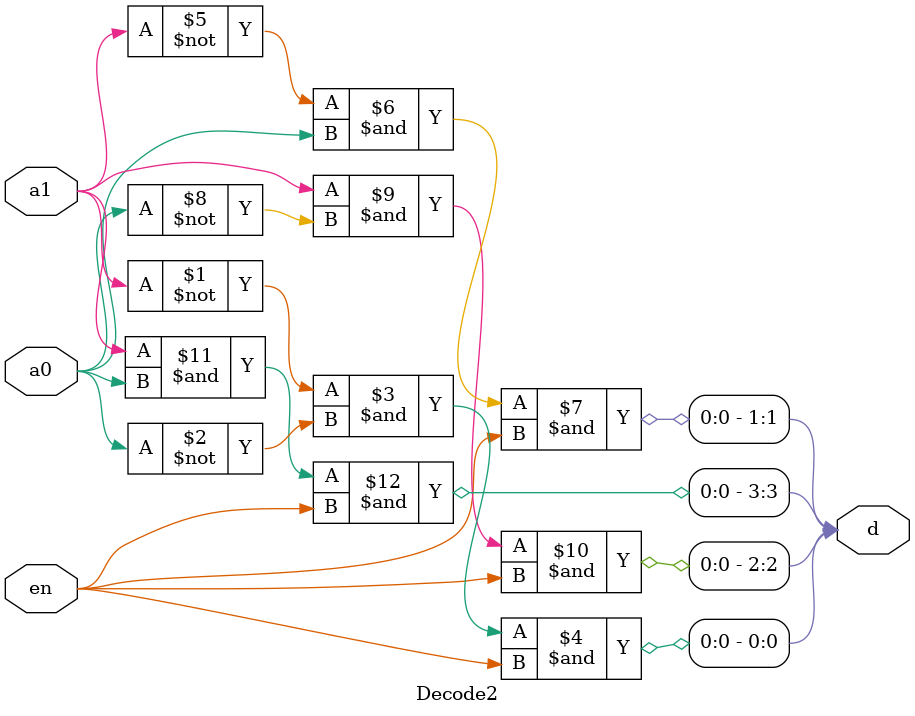
<source format=v>

`timescale 1ns / 1ps

module Decode2( input en, input a1, input a0, output [3:0] d );

	assign d[0] = ~a1 & ~a0 & en;
	assign d[1] = ~a1 & a0 & en;
	assign d[2] = a1 & ~a0 & en;
	assign d[3] = a1 & a0 & en;

endmodule

</source>
